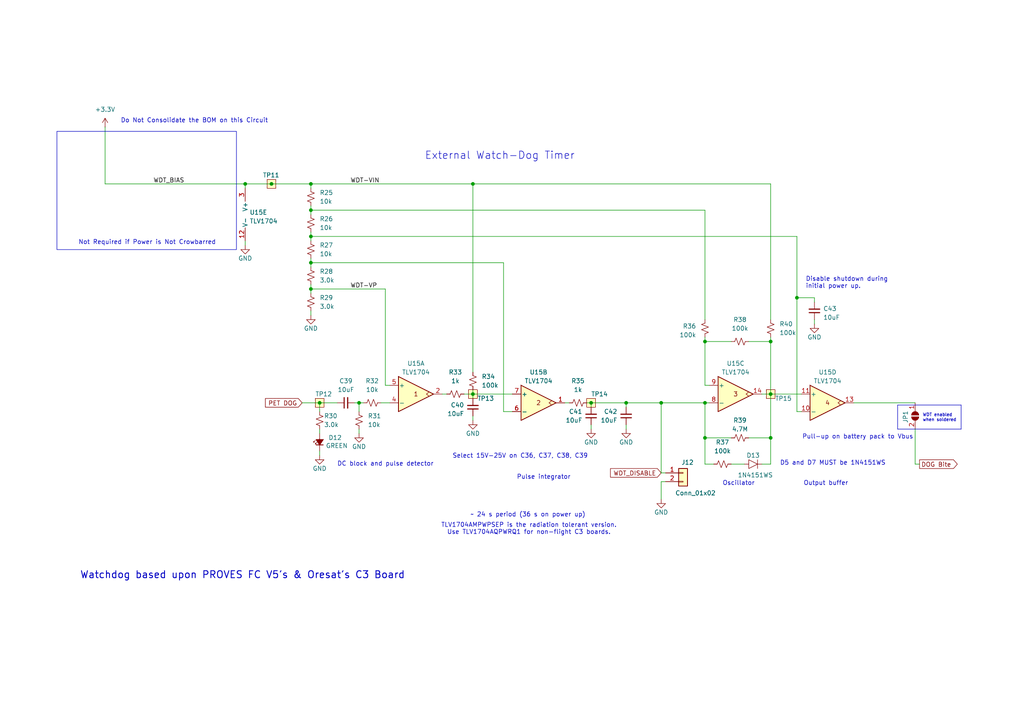
<source format=kicad_sch>
(kicad_sch (version 20250114) (generator "eeschema") (generator_version "9.0")
  (paper "A4")
  (lib_symbols
    (symbol "Connector_Generic:Conn_01x02" (pin_names (offset 1.016) (hide yes))
      (property "Reference" "J" (at 0 2.54 0))
      (property "Value" "Conn_01x02" (at 0 -5.08 0))
      (symbol "Conn_01x02_1_1"
        (rectangle (start -1.27 1.27) (end 1.27 -3.81) (stroke (width 0.254)) (fill (type background)))
        (rectangle (start -1.27 0.127) (end 0 -0.127) (stroke (width 0.1524)))
        (rectangle (start -1.27 -2.413) (end 0 -2.667) (stroke (width 0.1524)))
        (pin passive line (at -5.08 0 0) (length 3.81) (name "Pin_1") (number "1"))
        (pin passive line (at -5.08 -2.54 0) (length 3.81) (name "Pin_2") (number "2"))
      )
    )
    (symbol "Device:C_Small" (pin_numbers (hide yes)) (pin_names (offset 0.254) (hide yes))
      (property "Reference" "C" (at 0.254 1.778 0))
      (property "Value" "C_Small" (at 0.254 -2.032 0))
      (symbol "C_Small_0_1"
        (polyline (pts (xy -1.524 0.508) (xy 1.524 0.508)) (stroke (width 0.3048)))
        (polyline (pts (xy -1.524 -0.508) (xy 1.524 -0.508)) (stroke (width 0.3302)))
      )
      (symbol "C_Small_1_1"
        (pin passive line (at 0 2.54 270) (length 2.032) (name "~") (number "1"))
        (pin passive line (at 0 -2.54 90) (length 2.032) (name "~") (number "2"))
      )
    )
    (symbol "Device:LED_Small_Filled" (pin_numbers (hide yes)) (pin_names (offset 0.254) (hide yes))
      (property "Reference" "D" (at -1.27 3.175 0))
      (property "Value" "LED_Small_Filled" (at -4.445 -2.54 0))
      (symbol "LED_Small_Filled_0_1"
        (polyline (pts (xy -0.762 -1.016) (xy -0.762 1.016)) (stroke (width 0.254)))
        (polyline (pts (xy 0 0.762) (xy -0.508 1.27) (xy -0.254 1.27) (xy -0.508 1.27) (xy -0.508 1.016)))
        (polyline (pts (xy 0.508 1.27) (xy 0 1.778) (xy 0.254 1.778) (xy 0 1.778) (xy 0 1.524)))
        (polyline (pts (xy 0.762 -1.016) (xy -0.762 0) (xy 0.762 1.016) (xy 0.762 -1.016)) (stroke (width 0.254)) (fill (type outline)))
        (polyline (pts (xy 1.016 0) (xy -0.762 0)))
      )
      (symbol "LED_Small_Filled_1_1"
        (pin passive line (at -2.54 0 0) (length 1.778) (name "K") (number "1"))
        (pin passive line (at 2.54 0 180) (length 1.778) (name "A") (number "2"))
      )
    )
    (symbol "Device:R_Small_US" (pin_numbers (hide yes)) (pin_names (offset 0.254) (hide yes))
      (property "Reference" "R" (at 0.762 0.508 0))
      (property "Value" "R_Small_US" (at 0.762 -1.016 0))
      (symbol "R_Small_US_1_1"
        (polyline (pts (xy 0 1.524) (xy 1.016 1.143) (xy 0 0.762) (xy -1.016 0.381) (xy 0 0)))
        (polyline (pts (xy 0 0) (xy 1.016 -0.381) (xy 0 -0.762) (xy -1.016 -1.143) (xy 0 -1.524)))
        (pin passive line (at 0 2.54 270) (length 1.016) (name "~") (number "1"))
        (pin passive line (at 0 -2.54 90) (length 1.016) (name "~") (number "2"))
      )
    )
    (symbol "Jumper:SolderJumper_2_Open" (pin_names (offset 0) (hide yes))
      (property "Reference" "JP" (at 0 2.032 0))
      (property "Value" "SolderJumper_2_Open" (at 0 -2.54 0))
      (symbol "SolderJumper_2_Open_0_1"
        (polyline (pts (xy -0.254 1.016) (xy -0.254 -1.016)))
        (arc (start -0.254 -1.016) (mid -1.2656 0) (end -0.254 1.016))
        (arc (start -0.254 -1.016) (mid -1.2656 0) (end -0.254 1.016) (fill (type outline)))
        (arc (start 0.254 1.016) (mid 1.2656 0) (end 0.254 -1.016))
        (arc (start 0.254 1.016) (mid 1.2656 0) (end 0.254 -1.016) (fill (type outline)))
        (polyline (pts (xy 0.254 1.016) (xy 0.254 -1.016)))
      )
      (symbol "SolderJumper_2_Open_1_1"
        (pin passive line (at -3.81 0 0) (length 2.54) (name "A") (number "1"))
        (pin passive line (at 3.81 0 180) (length 2.54) (name "B") (number "2"))
      )
    )
    (symbol "TLV1704AIPWR_1" (pin_names (offset 0.127))
      (property "Reference" "U" (at 0 5.08 0))
      (property "Value" "TLV1704AIPWR" (at 0 -5.08 0))
      (symbol "TLV1704AIPWR_1_1_1"
        (polyline (pts (xy -5.08 5.08) (xy 5.08 0) (xy -5.08 -5.08) (xy -5.08 5.08)) (stroke (width 0.254)) (fill (type background)))
        (polyline (pts (xy 3.048 0) (xy 3.81 -0.635)))
        (polyline (pts (xy 3.81 0.635) (xy 3.048 0)))
        (text "1" (at 0 0 0) (effects (font (size 1.27 1.27))))
        (pin input line (at -7.62 2.54 0) (length 2.54) (name "+") (number "5"))
        (pin input line (at -7.62 -2.54 0) (length 2.54) (name "-") (number "4"))
        (pin open_collector line (at 7.62 0 180) (length 2.54) (name "~") (number "2"))
      )
      (symbol "TLV1704AIPWR_1_2_1"
        (polyline (pts (xy -5.08 5.08) (xy 5.08 0) (xy -5.08 -5.08) (xy -5.08 5.08)) (stroke (width 0.254)) (fill (type background)))
        (polyline (pts (xy 3.048 0) (xy 3.81 -0.635)))
        (polyline (pts (xy 3.81 0.635) (xy 3.048 0)))
        (text "2" (at 0 0 0) (effects (font (size 1.27 1.27))))
        (pin input line (at -7.62 2.54 0) (length 2.54) (name "+") (number "7"))
        (pin input line (at -7.62 -2.54 0) (length 2.54) (name "-") (number "6"))
        (pin open_collector line (at 7.62 0 180) (length 2.54) (name "~") (number "1"))
      )
      (symbol "TLV1704AIPWR_1_3_1"
        (polyline (pts (xy -5.08 5.08) (xy 5.08 0) (xy -5.08 -5.08) (xy -5.08 5.08)) (stroke (width 0.254)) (fill (type background)))
        (polyline (pts (xy 3.048 0) (xy 3.81 -0.635)))
        (polyline (pts (xy 3.81 0.635) (xy 3.048 0)))
        (text "3" (at 0 0 0) (effects (font (size 1.27 1.27))))
        (pin input line (at -7.62 2.54 0) (length 2.54) (name "+") (number "9"))
        (pin input line (at -7.62 -2.54 0) (length 2.54) (name "-") (number "8"))
        (pin open_collector line (at 7.62 0 180) (length 2.54) (name "~") (number "14"))
      )
      (symbol "TLV1704AIPWR_1_4_1"
        (polyline (pts (xy -5.08 5.08) (xy 5.08 0) (xy -5.08 -5.08) (xy -5.08 5.08)) (stroke (width 0.254)) (fill (type background)))
        (polyline (pts (xy 3.048 0) (xy 3.81 -0.635)))
        (polyline (pts (xy 3.81 0.635) (xy 3.048 0)))
        (text "4" (at 0 0 0) (effects (font (size 1.27 1.27))))
        (pin input line (at -7.62 2.54 0) (length 2.54) (name "+") (number "11"))
        (pin input line (at -7.62 -2.54 0) (length 2.54) (name "-") (number "10"))
        (pin open_collector line (at 7.62 0 180) (length 2.54) (name "~") (number "13"))
      )
      (symbol "TLV1704AIPWR_1_5_1"
        (pin power_in line (at -2.54 7.62 270) (length 3.81) (name "V+") (number "3"))
        (pin power_in line (at -2.54 -7.62 90) (length 3.81) (name "V-") (number "12"))
      )
    )
    (symbol "TLV1704AIPWR_2" (pin_names (offset 0.127))
      (property "Reference" "U" (at 0 5.08 0))
      (property "Value" "TLV1704AIPWR" (at 0 -5.08 0))
      (symbol "TLV1704AIPWR_2_1_1"
        (polyline (pts (xy -5.08 5.08) (xy 5.08 0) (xy -5.08 -5.08) (xy -5.08 5.08)) (stroke (width 0.254)) (fill (type background)))
        (polyline (pts (xy 3.048 0) (xy 3.81 -0.635)))
        (polyline (pts (xy 3.81 0.635) (xy 3.048 0)))
        (text "1" (at 0 0 0) (effects (font (size 1.27 1.27))))
        (pin input line (at -7.62 2.54 0) (length 2.54) (name "+") (number "5"))
        (pin input line (at -7.62 -2.54 0) (length 2.54) (name "-") (number "4"))
        (pin open_collector line (at 7.62 0 180) (length 2.54) (name "~") (number "2"))
      )
      (symbol "TLV1704AIPWR_2_2_1"
        (polyline (pts (xy -5.08 5.08) (xy 5.08 0) (xy -5.08 -5.08) (xy -5.08 5.08)) (stroke (width 0.254)) (fill (type background)))
        (polyline (pts (xy 3.048 0) (xy 3.81 -0.635)))
        (polyline (pts (xy 3.81 0.635) (xy 3.048 0)))
        (text "2" (at 0 0 0) (effects (font (size 1.27 1.27))))
        (pin input line (at -7.62 2.54 0) (length 2.54) (name "+") (number "7"))
        (pin input line (at -7.62 -2.54 0) (length 2.54) (name "-") (number "6"))
        (pin open_collector line (at 7.62 0 180) (length 2.54) (name "~") (number "1"))
      )
      (symbol "TLV1704AIPWR_2_3_1"
        (polyline (pts (xy -5.08 5.08) (xy 5.08 0) (xy -5.08 -5.08) (xy -5.08 5.08)) (stroke (width 0.254)) (fill (type background)))
        (polyline (pts (xy 3.048 0) (xy 3.81 -0.635)))
        (polyline (pts (xy 3.81 0.635) (xy 3.048 0)))
        (text "3" (at 0 0 0) (effects (font (size 1.27 1.27))))
        (pin input line (at -7.62 2.54 0) (length 2.54) (name "+") (number "9"))
        (pin input line (at -7.62 -2.54 0) (length 2.54) (name "-") (number "8"))
        (pin open_collector line (at 7.62 0 180) (length 2.54) (name "~") (number "14"))
      )
      (symbol "TLV1704AIPWR_2_4_1"
        (polyline (pts (xy -5.08 5.08) (xy 5.08 0) (xy -5.08 -5.08) (xy -5.08 5.08)) (stroke (width 0.254)) (fill (type background)))
        (polyline (pts (xy 3.048 0) (xy 3.81 -0.635)))
        (polyline (pts (xy 3.81 0.635) (xy 3.048 0)))
        (text "4" (at 0 0 0) (effects (font (size 1.27 1.27))))
        (pin input line (at -7.62 2.54 0) (length 2.54) (name "+") (number "11"))
        (pin input line (at -7.62 -2.54 0) (length 2.54) (name "-") (number "10"))
        (pin open_collector line (at 7.62 0 180) (length 2.54) (name "~") (number "13"))
      )
      (symbol "TLV1704AIPWR_2_5_1"
        (pin power_in line (at -2.54 7.62 270) (length 3.81) (name "V+") (number "3"))
        (pin power_in line (at -2.54 -7.62 90) (length 3.81) (name "V-") (number "12"))
      )
    )
    (symbol "TLV1704AIPWR_3" (pin_names (offset 0.127))
      (property "Reference" "U" (at 0 5.08 0))
      (property "Value" "TLV1704AIPWR" (at 0 -5.08 0))
      (symbol "TLV1704AIPWR_3_1_1"
        (polyline (pts (xy -5.08 5.08) (xy 5.08 0) (xy -5.08 -5.08) (xy -5.08 5.08)) (stroke (width 0.254)) (fill (type background)))
        (polyline (pts (xy 3.048 0) (xy 3.81 -0.635)))
        (polyline (pts (xy 3.81 0.635) (xy 3.048 0)))
        (text "1" (at 0 0 0) (effects (font (size 1.27 1.27))))
        (pin input line (at -7.62 2.54 0) (length 2.54) (name "+") (number "5"))
        (pin input line (at -7.62 -2.54 0) (length 2.54) (name "-") (number "4"))
        (pin open_collector line (at 7.62 0 180) (length 2.54) (name "~") (number "2"))
      )
      (symbol "TLV1704AIPWR_3_2_1"
        (polyline (pts (xy -5.08 5.08) (xy 5.08 0) (xy -5.08 -5.08) (xy -5.08 5.08)) (stroke (width 0.254)) (fill (type background)))
        (polyline (pts (xy 3.048 0) (xy 3.81 -0.635)))
        (polyline (pts (xy 3.81 0.635) (xy 3.048 0)))
        (text "2" (at 0 0 0) (effects (font (size 1.27 1.27))))
        (pin input line (at -7.62 2.54 0) (length 2.54) (name "+") (number "7"))
        (pin input line (at -7.62 -2.54 0) (length 2.54) (name "-") (number "6"))
        (pin open_collector line (at 7.62 0 180) (length 2.54) (name "~") (number "1"))
      )
      (symbol "TLV1704AIPWR_3_3_1"
        (polyline (pts (xy -5.08 5.08) (xy 5.08 0) (xy -5.08 -5.08) (xy -5.08 5.08)) (stroke (width 0.254)) (fill (type background)))
        (polyline (pts (xy 3.048 0) (xy 3.81 -0.635)))
        (polyline (pts (xy 3.81 0.635) (xy 3.048 0)))
        (text "3" (at 0 0 0) (effects (font (size 1.27 1.27))))
        (pin input line (at -7.62 2.54 0) (length 2.54) (name "+") (number "9"))
        (pin input line (at -7.62 -2.54 0) (length 2.54) (name "-") (number "8"))
        (pin open_collector line (at 7.62 0 180) (length 2.54) (name "~") (number "14"))
      )
      (symbol "TLV1704AIPWR_3_4_1"
        (polyline (pts (xy -5.08 5.08) (xy 5.08 0) (xy -5.08 -5.08) (xy -5.08 5.08)) (stroke (width 0.254)) (fill (type background)))
        (polyline (pts (xy 3.048 0) (xy 3.81 -0.635)))
        (polyline (pts (xy 3.81 0.635) (xy 3.048 0)))
        (text "4" (at 0 0 0) (effects (font (size 1.27 1.27))))
        (pin input line (at -7.62 2.54 0) (length 2.54) (name "+") (number "11"))
        (pin input line (at -7.62 -2.54 0) (length 2.54) (name "-") (number "10"))
        (pin open_collector line (at 7.62 0 180) (length 2.54) (name "~") (number "13"))
      )
      (symbol "TLV1704AIPWR_3_5_1"
        (pin power_in line (at -2.54 7.62 270) (length 3.81) (name "V+") (number "3"))
        (pin power_in line (at -2.54 -7.62 90) (length 3.81) (name "V-") (number "12"))
      )
    )
    (symbol "TLV1704AIPWR_4" (pin_names (offset 0.127))
      (property "Reference" "U" (at 0 5.08 0))
      (property "Value" "TLV1704AIPWR" (at 0 -5.08 0))
      (symbol "TLV1704AIPWR_4_1_1"
        (polyline (pts (xy -5.08 5.08) (xy 5.08 0) (xy -5.08 -5.08) (xy -5.08 5.08)) (stroke (width 0.254)) (fill (type background)))
        (polyline (pts (xy 3.048 0) (xy 3.81 -0.635)))
        (polyline (pts (xy 3.81 0.635) (xy 3.048 0)))
        (text "1" (at 0 0 0) (effects (font (size 1.27 1.27))))
        (pin input line (at -7.62 2.54 0) (length 2.54) (name "+") (number "5"))
        (pin input line (at -7.62 -2.54 0) (length 2.54) (name "-") (number "4"))
        (pin open_collector line (at 7.62 0 180) (length 2.54) (name "~") (number "2"))
      )
      (symbol "TLV1704AIPWR_4_2_1"
        (polyline (pts (xy -5.08 5.08) (xy 5.08 0) (xy -5.08 -5.08) (xy -5.08 5.08)) (stroke (width 0.254)) (fill (type background)))
        (polyline (pts (xy 3.048 0) (xy 3.81 -0.635)))
        (polyline (pts (xy 3.81 0.635) (xy 3.048 0)))
        (text "2" (at 0 0 0) (effects (font (size 1.27 1.27))))
        (pin input line (at -7.62 2.54 0) (length 2.54) (name "+") (number "7"))
        (pin input line (at -7.62 -2.54 0) (length 2.54) (name "-") (number "6"))
        (pin open_collector line (at 7.62 0 180) (length 2.54) (name "~") (number "1"))
      )
      (symbol "TLV1704AIPWR_4_3_1"
        (polyline (pts (xy -5.08 5.08) (xy 5.08 0) (xy -5.08 -5.08) (xy -5.08 5.08)) (stroke (width 0.254)) (fill (type background)))
        (polyline (pts (xy 3.048 0) (xy 3.81 -0.635)))
        (polyline (pts (xy 3.81 0.635) (xy 3.048 0)))
        (text "3" (at 0 0 0) (effects (font (size 1.27 1.27))))
        (pin input line (at -7.62 2.54 0) (length 2.54) (name "+") (number "9"))
        (pin input line (at -7.62 -2.54 0) (length 2.54) (name "-") (number "8"))
        (pin open_collector line (at 7.62 0 180) (length 2.54) (name "~") (number "14"))
      )
      (symbol "TLV1704AIPWR_4_4_1"
        (polyline (pts (xy -5.08 5.08) (xy 5.08 0) (xy -5.08 -5.08) (xy -5.08 5.08)) (stroke (width 0.254)) (fill (type background)))
        (polyline (pts (xy 3.048 0) (xy 3.81 -0.635)))
        (polyline (pts (xy 3.81 0.635) (xy 3.048 0)))
        (text "4" (at 0 0 0) (effects (font (size 1.27 1.27))))
        (pin input line (at -7.62 2.54 0) (length 2.54) (name "+") (number "11"))
        (pin input line (at -7.62 -2.54 0) (length 2.54) (name "-") (number "10"))
        (pin open_collector line (at 7.62 0 180) (length 2.54) (name "~") (number "13"))
      )
      (symbol "TLV1704AIPWR_4_5_1"
        (pin power_in line (at -2.54 7.62 270) (length 3.81) (name "V+") (number "3"))
        (pin power_in line (at -2.54 -7.62 90) (length 3.81) (name "V-") (number "12"))
      )
    )
    (symbol "oresat-diodes:1N4151WS-HE3" (pin_numbers (hide yes)) (pin_names (offset 0) (hide yes))
      (property "Reference" "D" (at 0 2.54 0))
      (property "Value" "1N4151WS" (at 0 -2.54 0))
      (symbol "1N4151WS-HE3_0_1"
        (polyline (pts (xy 1.27 0) (xy 1.27 1.27) (xy 1.27 -1.27) (xy 1.27 0) (xy -1.27 1.27) (xy -1.27 -1.27) (xy 1.27 0)))
      )
      (symbol "1N4151WS-HE3_1_1"
        (pin passive line (at -2.54 0 0) (length 1.27) (name "2") (number "2"))
        (pin passive line (at 2.54 0 180) (length 1.27) (name "1") (number "1"))
      )
    )
    (symbol "oresat-ics:TLV1704AIPWR" (pin_names (offset 0.127))
      (property "Reference" "U" (at 0 5.08 0))
      (property "Value" "TLV1704AIPWR" (at 0 -5.08 0))
      (symbol "TLV1704AIPWR_1_1"
        (polyline (pts (xy -5.08 5.08) (xy 5.08 0) (xy -5.08 -5.08) (xy -5.08 5.08)) (stroke (width 0.254)) (fill (type background)))
        (polyline (pts (xy 3.048 0) (xy 3.81 -0.635)))
        (polyline (pts (xy 3.81 0.635) (xy 3.048 0)))
        (text "1" (at 0 0 0) (effects (font (size 1.27 1.27))))
        (pin input line (at -7.62 2.54 0) (length 2.54) (name "+") (number "5"))
        (pin input line (at -7.62 -2.54 0) (length 2.54) (name "-") (number "4"))
        (pin open_collector line (at 7.62 0 180) (length 2.54) (name "~") (number "2"))
      )
      (symbol "TLV1704AIPWR_2_1"
        (polyline (pts (xy -5.08 5.08) (xy 5.08 0) (xy -5.08 -5.08) (xy -5.08 5.08)) (stroke (width 0.254)) (fill (type background)))
        (polyline (pts (xy 3.048 0) (xy 3.81 -0.635)))
        (polyline (pts (xy 3.81 0.635) (xy 3.048 0)))
        (text "2" (at 0 0 0) (effects (font (size 1.27 1.27))))
        (pin input line (at -7.62 2.54 0) (length 2.54) (name "+") (number "7"))
        (pin input line (at -7.62 -2.54 0) (length 2.54) (name "-") (number "6"))
        (pin open_collector line (at 7.62 0 180) (length 2.54) (name "~") (number "1"))
      )
      (symbol "TLV1704AIPWR_3_1"
        (polyline (pts (xy -5.08 5.08) (xy 5.08 0) (xy -5.08 -5.08) (xy -5.08 5.08)) (stroke (width 0.254)) (fill (type background)))
        (polyline (pts (xy 3.048 0) (xy 3.81 -0.635)))
        (polyline (pts (xy 3.81 0.635) (xy 3.048 0)))
        (text "3" (at 0 0 0) (effects (font (size 1.27 1.27))))
        (pin input line (at -7.62 2.54 0) (length 2.54) (name "+") (number "9"))
        (pin input line (at -7.62 -2.54 0) (length 2.54) (name "-") (number "8"))
        (pin open_collector line (at 7.62 0 180) (length 2.54) (name "~") (number "14"))
      )
      (symbol "TLV1704AIPWR_4_1"
        (polyline (pts (xy -5.08 5.08) (xy 5.08 0) (xy -5.08 -5.08) (xy -5.08 5.08)) (stroke (width 0.254)) (fill (type background)))
        (polyline (pts (xy 3.048 0) (xy 3.81 -0.635)))
        (polyline (pts (xy 3.81 0.635) (xy 3.048 0)))
        (text "4" (at 0 0 0) (effects (font (size 1.27 1.27))))
        (pin input line (at -7.62 2.54 0) (length 2.54) (name "+") (number "11"))
        (pin input line (at -7.62 -2.54 0) (length 2.54) (name "-") (number "10"))
        (pin open_collector line (at 7.62 0 180) (length 2.54) (name "~") (number "13"))
      )
      (symbol "TLV1704AIPWR_5_1"
        (pin power_in line (at -2.54 7.62 270) (length 3.81) (name "V+") (number "3"))
        (pin power_in line (at -2.54 -7.62 90) (length 3.81) (name "V-") (number "12"))
      )
    )
    (symbol "oresat-misc:Test-Point-0.75mm-th" (exclude_from_sim yes) (in_bom no)
      (property "Reference" "TP" (at 0 2.54 0))
      (symbol "Test-Point-0.75mm-th_1_0"
        (pin passive line (at 0 0 0) (length 0) (name "1") (number "1"))
      )
      (symbol "Test-Point-0.75mm-th_1_1"
        (rectangle (start -1.27 1.27) (end 1.27 -1.27) (fill (type background)))
      )
    )
    (symbol "power:+3.3V" (power) (pin_numbers (hide yes)) (pin_names (offset 0) (hide yes))
      (property "Value" "+3.3V" (at 0 3.556 0))
      (symbol "+3.3V_0_1"
        (polyline (pts (xy -0.762 1.27) (xy 0 2.54)))
        (polyline (pts (xy 0 2.54) (xy 0.762 1.27)))
        (polyline (pts (xy 0 0) (xy 0 2.54)))
      )
      (symbol "+3.3V_1_1"
        (pin power_in line (at 0 0 90) (length 0) (name "~") (number "1"))
      )
    )
    (symbol "power:GND" (power) (pin_names (offset 0))
      (property "Value" "GND" (at 0 -3.81 0))
      (symbol "GND_0_1"
        (polyline (pts (xy 0 0) (xy 0 -1.27) (xy 1.27 -1.27) (xy 0 -2.54) (xy -1.27 -1.27) (xy 0 -1.27)))
      )
      (symbol "GND_1_1"
        (pin power_in line (at 0 0 270) (length 0) (hide yes) (name "GND") (number "1"))
      )
    )
  )
  (rectangle (start 16.51 38.1) (end 68.58 72.39))
  (text "Select 15V-25V on C36, C37, C38, C39" (at 150.876 132.334 0) (effects (font (size 1.27 1.27))))
  (text "Watchdog based upon PROVES FC V5's & Oresat's C3 Board" (at 70.358 166.878 0) (effects (font (size 2.032 2.032) (thickness 0.254))))
  (text "Do Not Consolidate the BOM on this Circuit" (at 56.388 35.052 0) (effects (font (size 1.27 1.27))))
  (text "D5 and D7 MUST be 1N4151WS" (at 241.554 134.366 0) (effects (font (size 1.27 1.27))))
  (text "Disable shutdown during\ninitial power up." (at 233.68 83.82 0) (effects (font (size 1.27 1.27)) (justify left bottom)))
  (text "Oscillator" (at 209.55 140.97 0) (effects (font (size 1.27 1.27)) (justify left bottom)))
  (text "Pull-up on battery pack to Vbus" (at 232.664 127.508 0) (effects (font (size 1.27 1.27)) (justify left bottom)))
  (text "External Watch-Dog Timer" (at 123.19 46.482 0) (effects (font (size 2.159 2.159)) (justify left bottom)))
  (text "TLV1704AMPWPSEP is the radiation tolerant version.\nUse TLV1704AQPWRQ1 for non-flight C3 boards." (at 153.416 153.416 0) (effects (font (size 1.27 1.27))))
  (text "Pulse integrator" (at 149.86 139.192 0) (effects (font (size 1.27 1.27)) (justify left bottom)))
  (text "Not Required if Power is Not Crowbarred " (at 43.18 70.358 0) (effects (font (size 1.27 1.27))))
  (text "DC block and pulse detector" (at 97.79 135.382 0) (effects (font (size 1.27 1.27)) (justify left bottom)))
  (text "Output buffer" (at 233.045 140.97 0) (effects (font (size 1.27 1.27)) (justify left bottom)))
  (text "WDT enabled\nwhen soldered" (at 267.589 122.428 0) (effects (font (size 0.889 0.889)) (justify left bottom)))
  (text "~ 24 s period (36 s on power up)" (at 136.398 150.114 0) (effects (font (size 1.27 1.27)) (justify left bottom)))
  (junction (at 223.52 99.06))
  (junction (at 104.14 116.84))
  (junction (at 137.16 53.34))
  (junction (at 78.74 53.34))
  (junction (at 181.61 116.84))
  (junction (at 171.45 116.84))
  (junction (at 90.17 76.2))
  (junction (at 90.17 53.34))
  (junction (at 223.52 114.3))
  (junction (at 90.17 83.82))
  (junction (at 90.17 68.58))
  (junction (at 137.16 114.3))
  (junction (at 191.77 116.84))
  (junction (at 204.47 116.84))
  (junction (at 71.12 53.34))
  (junction (at 231.14 86.36))
  (junction (at 223.52 127))
  (junction (at 92.71 116.84))
  (junction (at 204.47 99.06))
  (junction (at 204.47 127))
  (junction (at 90.17 60.96))
  (polyline (pts (xy 278.765 124.46) (xy 260.35 124.46)))
  (wire (pts (xy 181.61 124.46) (xy 181.61 123.19)))
  (wire (pts (xy 90.17 90.17) (xy 90.17 91.44)))
  (wire (pts (xy 137.16 53.34) (xy 223.52 53.34)))
  (wire (pts (xy 265.43 134.62) (xy 265.43 124.46)))
  (wire (pts (xy 137.16 114.3) (xy 137.16 115.57)))
  (wire (pts (xy 90.17 76.2) (xy 90.17 77.47)))
  (wire (pts (xy 247.65 116.84) (xy 265.43 116.84)))
  (wire (pts (xy 90.17 68.58) (xy 90.17 69.85)))
  (wire (pts (xy 92.71 116.84) (xy 97.79 116.84)))
  (wire (pts (xy 146.05 76.2) (xy 146.05 119.38)))
  (wire (pts (xy 205.74 111.76) (xy 204.47 111.76)))
  (wire (pts (xy 92.71 124.46) (xy 92.71 125.73)))
  (wire (pts (xy 111.76 83.82) (xy 111.76 111.76)))
  (wire (pts (xy 104.14 124.46) (xy 104.14 125.73)))
  (wire (pts (xy 90.17 54.61) (xy 90.17 53.34)))
  (wire (pts (xy 102.87 116.84) (xy 104.14 116.84)))
  (wire (pts (xy 90.17 68.58) (xy 231.14 68.58)))
  (wire (pts (xy 223.52 97.79) (xy 223.52 99.06)))
  (wire (pts (xy 204.47 99.06) (xy 212.09 99.06)))
  (wire (pts (xy 191.77 137.16) (xy 193.04 137.16)))
  (wire (pts (xy 204.47 92.71) (xy 204.47 60.96)))
  (wire (pts (xy 171.45 116.84) (xy 171.45 118.11)))
  (wire (pts (xy 170.18 116.84) (xy 171.45 116.84)))
  (wire (pts (xy 171.45 116.84) (xy 181.61 116.84)))
  (wire (pts (xy 146.05 119.38) (xy 148.59 119.38)))
  (wire (pts (xy 266.7 134.62) (xy 265.43 134.62)))
  (wire (pts (xy 111.76 111.76) (xy 113.03 111.76)))
  (wire (pts (xy 30.48 36.83) (xy 30.48 53.34)))
  (wire (pts (xy 193.04 139.7) (xy 191.77 139.7)))
  (wire (pts (xy 231.14 68.58) (xy 231.14 86.36)))
  (wire (pts (xy 204.47 134.62) (xy 204.47 127)))
  (wire (pts (xy 90.17 60.96) (xy 204.47 60.96)))
  (wire (pts (xy 181.61 116.84) (xy 191.77 116.84)))
  (wire (pts (xy 90.17 60.96) (xy 90.17 62.23)))
  (wire (pts (xy 104.14 116.84) (xy 105.41 116.84)))
  (wire (pts (xy 204.47 97.79) (xy 204.47 99.06)))
  (wire (pts (xy 212.09 134.62) (xy 215.9 134.62)))
  (wire (pts (xy 236.22 93.98) (xy 236.22 92.71)))
  (wire (pts (xy 223.52 114.3) (xy 232.41 114.3)))
  (wire (pts (xy 71.12 54.61) (xy 71.12 53.34)))
  (wire (pts (xy 92.71 132.08) (xy 92.71 130.81)))
  (wire (pts (xy 223.52 127) (xy 223.52 114.3)))
  (wire (pts (xy 137.16 121.92) (xy 137.16 120.65)))
  (wire (pts (xy 231.14 86.36) (xy 231.14 119.38)))
  (wire (pts (xy 90.17 76.2) (xy 146.05 76.2)))
  (wire (pts (xy 78.74 53.34) (xy 90.17 53.34)))
  (wire (pts (xy 204.47 111.76) (xy 204.47 99.06)))
  (wire (pts (xy 204.47 116.84) (xy 205.74 116.84)))
  (wire (pts (xy 204.47 127) (xy 204.47 116.84)))
  (wire (pts (xy 231.14 119.38) (xy 232.41 119.38)))
  (polyline (pts (xy 260.35 124.46) (xy 260.35 117.475)))
  (wire (pts (xy 30.48 53.34) (xy 71.12 53.34)))
  (wire (pts (xy 137.16 53.34) (xy 90.17 53.34)))
  (polyline (pts (xy 260.35 117.475) (xy 278.765 117.475)))
  (wire (pts (xy 231.14 86.36) (xy 236.22 86.36)))
  (wire (pts (xy 171.45 124.46) (xy 171.45 123.19)))
  (wire (pts (xy 223.52 99.06) (xy 223.52 114.3)))
  (wire (pts (xy 90.17 74.93) (xy 90.17 76.2)))
  (wire (pts (xy 191.77 116.84) (xy 204.47 116.84)))
  (wire (pts (xy 110.49 116.84) (xy 113.03 116.84)))
  (wire (pts (xy 163.83 116.84) (xy 165.1 116.84)))
  (wire (pts (xy 90.17 59.69) (xy 90.17 60.96)))
  (wire (pts (xy 217.17 127) (xy 223.52 127)))
  (wire (pts (xy 90.17 83.82) (xy 111.76 83.82)))
  (wire (pts (xy 90.17 67.31) (xy 90.17 68.58)))
  (wire (pts (xy 236.22 87.63) (xy 236.22 86.36)))
  (wire (pts (xy 220.98 134.62) (xy 223.52 134.62)))
  (wire (pts (xy 181.61 118.11) (xy 181.61 116.84)))
  (wire (pts (xy 128.27 114.3) (xy 129.54 114.3)))
  (wire (pts (xy 223.52 134.62) (xy 223.52 127)))
  (wire (pts (xy 137.16 114.3) (xy 148.59 114.3)))
  (wire (pts (xy 104.14 116.84) (xy 104.14 119.38)))
  (wire (pts (xy 92.71 119.38) (xy 92.71 116.84)))
  (wire (pts (xy 223.52 92.71) (xy 223.52 53.34)))
  (wire (pts (xy 134.62 114.3) (xy 137.16 114.3)))
  (wire (pts (xy 220.98 114.3) (xy 223.52 114.3)))
  (wire (pts (xy 217.17 99.06) (xy 223.52 99.06)))
  (polyline (pts (xy 278.765 117.475) (xy 278.765 124.46)))
  (wire (pts (xy 212.09 127) (xy 204.47 127)))
  (wire (pts (xy 137.16 114.3) (xy 137.16 113.03)))
  (wire (pts (xy 90.17 82.55) (xy 90.17 83.82)))
  (wire (pts (xy 71.12 71.12) (xy 71.12 69.85)))
  (wire (pts (xy 137.16 53.34) (xy 137.16 107.95)))
  (wire (pts (xy 90.17 83.82) (xy 90.17 85.09)))
  (wire (pts (xy 191.77 116.84) (xy 191.77 137.16)))
  (wire (pts (xy 71.12 53.34) (xy 78.74 53.34)))
  (wire (pts (xy 87.63 116.84) (xy 92.71 116.84)))
  (wire (pts (xy 191.77 139.7) (xy 191.77 144.78)))
  (wire (pts (xy 204.47 134.62) (xy 207.01 134.62)))
  (label "WDT-VP" (at 101.6 83.82 0))
  (label "WDT_BIAS" (at 44.45 53.34 0))
  (label "WDT-VIN" (at 101.6 53.34 0))
  (global_label "PET DOG" (shape input) (at 87.63 116.84 180) (effects (font (thickness 0.1588))) (property "Intersheetrefs" "${INTERSHEET_REFS}" (effects (hide yes))))
  (global_label "DOG Bite" (shape output) (at 266.7 134.62 0) (property "Intersheetrefs" "${INTERSHEET_REFS}" (effects (hide yes))))
  (global_label "WDT_DISABLE" (shape input) (at 191.77 137.16 180) (property "Intersheetrefs" "${INTERSHEET_REFS}" (effects (hide yes))))
  (symbol (lib_id "power:+3.3V") (at 30.48 36.83 0) (unit 1)
    (property "Reference" "#PWR0111" (effects (hide yes)))
    (property "Value" "+3.3V" (at 30.48 31.75 0))
    (property "Description" "Power symbol creates a global label with name \"+3.3V\"" (effects (hide yes)))
  )
  (symbol (lib_id "power:GND") (at 236.22 93.98 0) (mirror y) (unit 1)
    (property "Reference" "#PWR0120" (effects (hide yes)))
    (property "Value" "GND" (at 236.22 97.79 0))
    (property "Description" "Power symbol creates a global label with name \"GND\" , ground" (effects (hide yes)))
  )
  (symbol (lib_id "Device:R_Small_US") (at 92.71 121.92 0) (unit 1)
    (property "Reference" "R30" (at 93.98 120.65 0) (effects (justify left)))
    (property "Value" "3.0k" (at 93.98 123.19 0) (effects (justify left)))
    (property "Footprint" "Resistor_SMD:R_0603_1608Metric" (effects (hide yes)))
    (property "Description" "3 kOhms ±1% 0.1W, 1/10W Chip Resistor 0603 (1608 Metric) Automotive AEC-Q200 Thick Film" (effects (hide yes)))
    (property "DPN" "RMCF0603FT3K00CT-ND" (effects (hide yes)))
    (property "DST" "Digi-Key" (effects (hide yes)))
    (property "MFR" "Stackpole Electronics Inc" (effects (hide yes)))
    (property "MPN" "RMCF0603FT3K00" (effects (hide yes)))
  )
  (symbol (lib_id "Connector_Generic:Conn_01x02") (at 198.12 137.16 0) (unit 1)
    (property "Reference" "J12" (at 197.612 134.112 0) (effects (justify left)))
    (property "Value" "Conn_01x02" (at 195.834 143.002 0) (effects (justify left)))
    (property "Footprint" "Connector_PinHeader_2.54mm:PinHeader_1x02_P2.54mm_Vertical" (effects (hide yes)))
    (property "Description" "Generic connector, single row, 01x02, script generated (kicad-library-utils/schlib/autogen/connector/)" (effects (hide yes)))
  )
  (symbol (lib_id "Device:R_Small_US") (at 137.16 110.49 0) (unit 1)
    (property "Reference" "R34" (at 139.7 109.2199 0) (effects (justify left)))
    (property "Value" "100k" (at 139.7 111.7599 0) (effects (justify left)))
    (property "Footprint" "Resistor_SMD:R_0603_1608Metric" (effects (hide yes)))
    (property "Description" "100 kOhms ±5% 0.1W, 1/10W Chip Resistor 0603 (1608 Metric) Automotive AEC-Q200 Thick Film" (effects (hide yes)))
    (property "DPN" "RMCF0603FT100KCT-ND" (effects (hide yes)))
    (property "DST" "Digi-Key" (effects (hide yes)))
    (property "MFR" "Stackpole Electronics Inc" (effects (hide yes)))
    (property "MPN" "RMCF0603FT100K" (effects (hide yes)))
  )
  (symbol (lib_id "Device:C_Small") (at 100.33 116.84 90) (unit 1)
    (property "Reference" "C39" (at 100.3363 110.49 90))
    (property "Value" "10uF" (at 100.3363 113.03 90))
    (property "Footprint" "Capacitor_SMD:C_0603_1608Metric" (effects (hide yes)))
    (property "Description" "10 µF ±10% 16V Ceramic Capacitor X5R 0603 (1608 Metric)" (effects (hide yes)))
    (property "DPN" "490-12317-1-ND" (effects (hide yes)))
    (property "DST" "Digi-Key" (effects (hide yes)))
    (property "MFR" "Murata" (effects (hide yes)))
    (property "MPN" "GRT188R61C106KE13D" (effects (hide yes)))
  )
  (symbol (lib_id "power:GND") (at 104.14 125.73 0) (unit 1)
    (property "Reference" "#PWR0115" (effects (hide yes)))
    (property "Value" "GND" (at 104.14 129.54 0))
    (property "Description" "Power symbol creates a global label with name \"GND\" , ground" (effects (hide yes)))
  )
  (symbol (lib_id "oresat-misc:Test-Point-0.75mm-th") (at 92.71 116.84 0) (unit 1) (exclude_from_sim yes) (in_bom no)
    (property "Reference" "TP12" (at 91.44 114.3 0) (effects (justify left)))
    (property "Value" "TestPoint-MinTH" (effects (hide yes)))
    (property "Footprint" "oresat-misc:TestPoint-0.75mm-th" (effects (hide yes)))
    (property "Description" "0.75 mm TH test point; good for scope probes and jumpers" (effects (hide yes)))
  )
  (symbol (lib_id "power:GND") (at 181.61 124.46 0) (mirror y) (unit 1)
    (property "Reference" "#PWR0118" (effects (hide yes)))
    (property "Value" "GND" (at 181.61 128.27 0))
    (property "Description" "Power symbol creates a global label with name \"GND\" , ground" (effects (hide yes)))
  )
  (symbol (lib_id "Device:R_Small_US") (at 90.17 80.01 0) (unit 1)
    (property "Reference" "R28" (at 92.71 78.7399 0) (effects (justify left)))
    (property "Value" "3.0k" (at 92.71 81.2799 0) (effects (justify left)))
    (property "Footprint" "Resistor_SMD:R_0603_1608Metric" (effects (hide yes)))
    (property "Description" "3 kOhms ±1% 0.1W, 1/10W Chip Resistor 0603 (1608 Metric) Automotive AEC-Q200 Thick Film" (effects (hide yes)))
    (property "DPN" "RMCF0603FT3K00CT-ND" (effects (hide yes)))
    (property "DST" "Digi-Key" (effects (hide yes)))
    (property "MFR" "Stackpole Electronics Inc" (effects (hide yes)))
    (property "MPN" "RMCF0603FT3K00" (effects (hide yes)))
  )
  (symbol (lib_id "Device:R_Small_US") (at 90.17 64.77 0) (unit 1)
    (property "Reference" "R26" (at 92.71 63.4999 0) (effects (justify left)))
    (property "Value" "10k" (at 92.71 66.0399 0) (effects (justify left)))
    (property "Footprint" "Resistor_SMD:R_0603_1608Metric" (effects (hide yes)))
    (property "Description" "10 kOhms ±1% 0.1W, 1/10W Chip Resistor 0603 (1608 Metric) Automotive AEC-Q200 Thick Film" (effects (hide yes)))
    (property "DPN" "RMCF0603FT10K0CT-ND" (effects (hide yes)))
    (property "DST" "Digi-Key" (effects (hide yes)))
    (property "MFR" "Stackpole Electronics Inc" (effects (hide yes)))
    (property "MPN" "RMCF0603FT10K0" (effects (hide yes)))
  )
  (symbol (lib_name "TLV1704AIPWR_3") (lib_id "oresat-ics:TLV1704AIPWR") (at 240.03 116.84 0) (unit 4)
    (property "Reference" "U15" (at 240.03 107.95 0))
    (property "Value" "TLV1704" (at 240.03 110.49 0))
    (property "Footprint" "Package_SO:TSSOP-14_4.4x5mm_P0.65mm" (effects (hide yes)))
    (property "Datasheet" "https://www.ti.com/lit/ds/symlink/tlv1704-sep.pdf" (effects (hide yes)))
    (property "Description" "Analog Comparators 2.2-V to 36-V, radiation tolerant microPower quad comparator in space enhanced plastic 14-TSSOP -55 to 125" (effects (hide yes)))
    (property "MFR" "Texas Instruments" (effects (hide yes)))
    (property "MPN" "TLV1704AQPWRQ1" (effects (hide yes)))
    (property "DST" "Digi-Key" (effects (hide yes)))
    (property "DPN" "296-43799-2-ND" (effects (hide yes)))
  )
  (symbol (lib_id "Device:R_Small_US") (at 104.14 121.92 0) (unit 1)
    (property "Reference" "R31" (at 106.68 120.6499 0) (effects (justify left)))
    (property "Value" "10k" (at 106.68 123.1899 0) (effects (justify left)))
    (property "Footprint" "Resistor_SMD:R_0603_1608Metric" (effects (hide yes)))
    (property "Description" "10 kOhms ±1% 0.1W, 1/10W Chip Resistor 0603 (1608 Metric) Automotive AEC-Q200 Thick Film" (effects (hide yes)))
    (property "DPN" "RMCF0603FT10K0CT-ND" (effects (hide yes)))
    (property "DST" "Digi-Key" (effects (hide yes)))
    (property "MFR" "Stackpole Electronics Inc" (effects (hide yes)))
    (property "MPN" "RMCF0603FT10K0" (effects (hide yes)))
  )
  (symbol (lib_id "Device:R_Small_US") (at 90.17 57.15 0) (unit 1)
    (property "Reference" "R25" (at 92.71 55.8799 0) (effects (justify left)))
    (property "Value" "10k" (at 92.71 58.4199 0) (effects (justify left)))
    (property "Footprint" "Resistor_SMD:R_0603_1608Metric" (effects (hide yes)))
    (property "Description" "10 kOhms ±1% 0.1W, 1/10W Chip Resistor 0603 (1608 Metric) Automotive AEC-Q200 Thick Film" (effects (hide yes)))
    (property "DPN" "RMCF0603FT10K0CT-ND" (effects (hide yes)))
    (property "DST" "Digi-Key" (effects (hide yes)))
    (property "MFR" "Stackpole Electronics Inc" (effects (hide yes)))
    (property "MPN" "RMCF0603FT10K0" (effects (hide yes)))
  )
  (symbol (lib_name "TLV1704AIPWR_2") (lib_id "oresat-ics:TLV1704AIPWR") (at 213.36 114.3 0) (unit 3)
    (property "Reference" "U15" (at 213.36 105.41 0))
    (property "Value" "TLV1704" (at 213.36 107.95 0))
    (property "Footprint" "Package_SO:TSSOP-14_4.4x5mm_P0.65mm" (effects (hide yes)))
    (property "Datasheet" "https://www.ti.com/lit/ds/symlink/tlv1704-sep.pdf" (effects (hide yes)))
    (property "Description" "Analog Comparators 2.2-V to 36-V, radiation tolerant microPower quad comparator in space enhanced plastic 14-TSSOP -55 to 125" (effects (hide yes)))
    (property "MFR" "Texas Instruments" (effects (hide yes)))
    (property "MPN" "TLV1704AQPWRQ1" (effects (hide yes)))
    (property "DST" "Digi-Key" (effects (hide yes)))
    (property "DPN" "296-43799-2-ND" (effects (hide yes)))
  )
  (symbol (lib_id "Device:R_Small_US") (at 214.63 127 270) (unit 1)
    (property "Reference" "R39" (at 214.63 121.92 90))
    (property "Value" "4.7M" (at 214.63 124.46 90))
    (property "Footprint" "Resistor_SMD:R_0603_1608Metric" (effects (hide yes)))
    (property "Description" "4.7 MOhms ±1% 0.1W, 1/10W Chip Resistor 0603 (1608 Metric) Automotive AEC-Q200 Thick Film" (effects (hide yes)))
    (property "DPN" "RMCF0603FT4M70CT-ND" (effects (hide yes)))
    (property "DST" "Digi-Key" (effects (hide yes)))
    (property "MFR" "Stackpole Electronics Inc" (effects (hide yes)))
    (property "MPN" "RMCF0603FT4M70" (effects (hide yes)))
  )
  (symbol (lib_id "power:GND") (at 92.71 132.08 0) (unit 1)
    (property "Reference" "#PWR0114" (effects (hide yes)))
    (property "Value" "GND" (at 92.71 135.89 0))
    (property "Description" "Power symbol creates a global label with name \"GND\" , ground" (effects (hide yes)))
  )
  (symbol (lib_id "oresat-misc:Test-Point-0.75mm-th") (at 78.74 53.34 0) (unit 1) (exclude_from_sim yes) (in_bom no)
    (property "Reference" "TP11" (at 76.2 50.8 0) (effects (justify left)))
    (property "Value" "TestPoint-MinTH" (effects (hide yes)))
    (property "Footprint" "oresat-misc:TestPoint-0.75mm-th" (effects (hide yes)))
    (property "Description" "0.75 mm TH test point; good for scope probes and jumpers" (effects (hide yes)))
  )
  (symbol (lib_id "power:GND") (at 171.45 124.46 0) (mirror y) (unit 1)
    (property "Reference" "#PWR0117" (effects (hide yes)))
    (property "Value" "GND" (at 171.45 128.27 0))
    (property "Description" "Power symbol creates a global label with name \"GND\" , ground" (effects (hide yes)))
  )
  (symbol (lib_name "TLV1704AIPWR_1") (lib_id "oresat-ics:TLV1704AIPWR") (at 120.65 114.3 0) (unit 1)
    (property "Reference" "U15" (at 120.65 105.41 0))
    (property "Value" "TLV1704" (at 120.65 107.95 0))
    (property "Footprint" "Package_SO:TSSOP-14_4.4x5mm_P0.65mm" (effects (hide yes)))
    (property "Datasheet" "https://www.ti.com/lit/ds/symlink/tlv1704-sep.pdf" (effects (hide yes)))
    (property "Description" "Analog Comparators 2.2-V to 36-V, radiation tolerant microPower quad comparator in space enhanced plastic 14-TSSOP -55 to 125" (effects (hide yes)))
    (property "MFR" "Texas Instruments" (effects (hide yes)))
    (property "MPN" "TLV1704AQPWRQ1" (effects (hide yes)))
    (property "DST" "Digi-Key" (effects (hide yes)))
    (property "DPN" "296-43799-2-ND" (effects (hide yes)))
  )
  (symbol (lib_id "Device:R_Small_US") (at 90.17 72.39 0) (unit 1)
    (property "Reference" "R27" (at 92.71 71.1199 0) (effects (justify left)))
    (property "Value" "10k" (at 92.71 73.6599 0) (effects (justify left)))
    (property "Footprint" "Resistor_SMD:R_0603_1608Metric" (effects (hide yes)))
    (property "Description" "10 kOhms ±1% 0.1W, 1/10W Chip Resistor 0603 (1608 Metric) Automotive AEC-Q200 Thick Film" (effects (hide yes)))
    (property "DPN" "RMCF0603FT10K0CT-ND" (effects (hide yes)))
    (property "DST" "Digi-Key" (effects (hide yes)))
    (property "MFR" "Stackpole Electronics Inc" (effects (hide yes)))
    (property "MPN" "RMCF0603FT10K0" (effects (hide yes)))
  )
  (symbol (lib_id "Device:C_Small") (at 171.45 120.65 0) (mirror x) (unit 1)
    (property "Reference" "C41" (at 168.91 119.3735 0) (effects (justify right)))
    (property "Value" "10uF" (at 168.91 121.9135 0) (effects (justify right)))
    (property "Footprint" "Capacitor_SMD:C_0603_1608Metric" (effects (hide yes)))
    (property "Description" "10 µF ±10% 16V Ceramic Capacitor X5R 0603 (1608 Metric)" (effects (hide yes)))
    (property "DPN" "490-12317-1-ND" (effects (hide yes)))
    (property "DST" "Digi-Key" (effects (hide yes)))
    (property "MFR" "Murata" (effects (hide yes)))
    (property "MPN" "GRT188R61C106KE13D" (effects (hide yes)))
  )
  (symbol (lib_id "Device:R_Small_US") (at 90.17 87.63 0) (unit 1)
    (property "Reference" "R29" (at 92.71 86.3599 0) (effects (justify left)))
    (property "Value" "3.0k" (at 92.71 88.8999 0) (effects (justify left)))
    (property "Footprint" "Resistor_SMD:R_0603_1608Metric" (effects (hide yes)))
    (property "Description" "3 kOhms ±1% 0.1W, 1/10W Chip Resistor 0603 (1608 Metric) Automotive AEC-Q200 Thick Film" (effects (hide yes)))
    (property "DPN" "RMCF0603FT3K00CT-ND" (effects (hide yes)))
    (property "DST" "Digi-Key" (effects (hide yes)))
    (property "MFR" "Stackpole Electronics Inc" (effects (hide yes)))
    (property "MPN" "RMCF0603FT3K00" (effects (hide yes)))
  )
  (symbol (lib_id "Device:R_Small_US") (at 209.55 134.62 270) (unit 1)
    (property "Reference" "R37" (at 209.55 128.27 90))
    (property "Value" "100k" (at 209.55 130.81 90))
    (property "Footprint" "Resistor_SMD:R_0603_1608Metric" (effects (hide yes)))
    (property "Description" "100 kOhms ±5% 0.1W, 1/10W Chip Resistor 0603 (1608 Metric) Automotive AEC-Q200 Thick Film" (effects (hide yes)))
    (property "DPN" "RMCF0603FT100KCT-ND" (effects (hide yes)))
    (property "DST" "Digi-Key" (effects (hide yes)))
    (property "MFR" "Stackpole Electronics Inc" (effects (hide yes)))
    (property "MPN" "RMCF0603FT100K" (effects (hide yes)))
  )
  (symbol (lib_id "Device:C_Small") (at 137.16 118.11 0) (mirror x) (unit 1)
    (property "Reference" "C40" (at 134.62 117.4686 0) (effects (justify right)))
    (property "Value" "10uF" (at 134.62 120.0086 0) (effects (justify right)))
    (property "Footprint" "Capacitor_SMD:C_0603_1608Metric" (effects (hide yes)))
    (property "Description" "10 µF ±10% 16V Ceramic Capacitor X5R 0603 (1608 Metric)" (effects (hide yes)))
    (property "DPN" "490-12317-1-ND" (effects (hide yes)))
    (property "DST" "Digi-Key" (effects (hide yes)))
    (property "MFR" "Murata" (effects (hide yes)))
    (property "MPN" "GRT188R61C106KE13D" (effects (hide yes)))
  )
  (symbol (lib_name "TLV1704AIPWR_4") (lib_id "oresat-ics:TLV1704AIPWR") (at 156.21 116.84 0) (unit 2)
    (property "Reference" "U15" (at 156.21 107.95 0))
    (property "Value" "TLV1704" (at 156.21 110.49 0))
    (property "Footprint" "Package_SO:TSSOP-14_4.4x5mm_P0.65mm" (effects (hide yes)))
    (property "Datasheet" "https://www.ti.com/lit/ds/symlink/tlv1704-sep.pdf" (effects (hide yes)))
    (property "Description" "Analog Comparators 2.2-V to 36-V, radiation tolerant microPower quad comparator in space enhanced plastic 14-TSSOP -55 to 125" (effects (hide yes)))
    (property "MFR" "Texas Instruments" (effects (hide yes)))
    (property "MPN" "TLV1704AQPWRQ1" (effects (hide yes)))
    (property "DST" "Digi-Key" (effects (hide yes)))
    (property "DPN" "296-43799-2-ND" (effects (hide yes)))
  )
  (symbol (lib_id "oresat-diodes:1N4151WS-HE3") (at 218.44 134.62 0) (unit 1)
    (property "Reference" "D13" (at 218.44 132.08 0))
    (property "Value" "1N4151WS" (at 219.075 137.795 0))
    (property "Footprint" "Diode_SMD:D_SOD-323" (effects (hide yes)))
    (property "Datasheet" "https://www.vishay.com/docs/85847/1n4151ws.pdf" (effects (hide yes)))
    (property "Description" "Diode Standard 50V 150mA Surface Mount SOD-323" (effects (hide yes)))
    (property "DPN" "112-1N4151WS-E3-08CT-ND" (effects (hide yes)))
    (property "DST" "Digi-Key" (effects (hide yes)))
    (property "MFR" "Vishay" (effects (hide yes)))
    (property "MPN" "1N4151WS-E3-08" (effects (hide yes)))
  )
  (symbol (lib_id "Device:LED_Small_Filled") (at 92.71 128.27 90) (unit 1)
    (property "Reference" "D12" (at 95.25 126.9365 90) (effects (justify right)))
    (property "Value" "GREEN" (at 94.488 129.286 90) (effects (justify right)))
    (property "Footprint" "LED_SMD:LED_0603_1608Metric" (effects (hide yes)))
    (property "Description" "Green 520nm LED Indication - Discrete 3.2V 0603 (1608 Metric) - 430 mcd @ 20 mA" (effects (hide yes)))
    (property "DPN" "732-4971-1-ND" (effects (hide yes)))
    (property "DST" "Digi-Key" (effects (hide yes)))
    (property "MFR" "Wurth" (effects (hide yes)))
    (property "MPN" "150060GS75000" (effects (hide yes)))
  )
  (symbol (lib_id "Jumper:SolderJumper_2_Open") (at 265.43 120.65 270) (unit 1)
    (property "Reference" "JP1" (at 262.636 120.904 0))
    (property "Value" "SolderJumper_2_Open" (effects (hide yes)))
    (property "Footprint" "Jumper:SolderJumper-2_P1.3mm_Open_RoundedPad1.0x1.5mm" (effects (hide yes)))
  )
  (symbol (lib_id "power:GND") (at 90.17 91.44 0) (unit 1)
    (property "Reference" "#PWR0113" (effects (hide yes)))
    (property "Value" "GND" (at 90.17 95.25 0))
    (property "Description" "Power symbol creates a global label with name \"GND\" , ground" (effects (hide yes)))
  )
  (symbol (lib_id "power:GND") (at 191.77 144.78 0) (mirror y) (unit 1)
    (property "Reference" "#PWR0119" (effects (hide yes)))
    (property "Value" "GND" (at 191.77 148.59 0))
    (property "Description" "Power symbol creates a global label with name \"GND\" , ground" (effects (hide yes)))
  )
  (symbol (lib_id "Device:R_Small_US") (at 204.47 95.25 0) (mirror x) (unit 1)
    (property "Reference" "R36" (at 201.93 94.615 0) (effects (justify right)))
    (property "Value" "100k" (at 201.93 97.155 0) (effects (justify right)))
    (property "Footprint" "Resistor_SMD:R_0603_1608Metric" (effects (hide yes)))
    (property "Description" "100 kOhms ±5% 0.1W, 1/10W Chip Resistor 0603 (1608 Metric) Automotive AEC-Q200 Thick Film" (effects (hide yes)))
    (property "DPN" "RMCF0603FT100KCT-ND" (effects (hide yes)))
    (property "DST" "Digi-Key" (effects (hide yes)))
    (property "MFR" "Stackpole Electronics Inc" (effects (hide yes)))
    (property "MPN" "RMCF0603FT100K" (effects (hide yes)))
  )
  (symbol (lib_id "Device:C_Small") (at 181.61 120.65 0) (mirror x) (unit 1)
    (property "Reference" "C42" (at 179.07 119.3735 0) (effects (justify right)))
    (property "Value" "10uF" (at 179.07 121.9135 0) (effects (justify right)))
    (property "Footprint" "Capacitor_SMD:C_0603_1608Metric" (effects (hide yes)))
    (property "Description" "10 µF ±10% 16V Ceramic Capacitor X5R 0603 (1608 Metric)" (effects (hide yes)))
    (property "DPN" "490-12317-1-ND" (effects (hide yes)))
    (property "DST" "Digi-Key" (effects (hide yes)))
    (property "MFR" "Murata" (effects (hide yes)))
    (property "MPN" "GRT188R61C106KE13D" (effects (hide yes)))
  )
  (symbol (lib_id "Device:R_Small_US") (at 223.52 95.25 180) (unit 1)
    (property "Reference" "R40" (at 226.06 93.9799 0) (effects (justify right)))
    (property "Value" "100k" (at 226.06 96.5199 0) (effects (justify right)))
    (property "Footprint" "Resistor_SMD:R_0603_1608Metric" (effects (hide yes)))
    (property "Description" "100 kOhms ±5% 0.1W, 1/10W Chip Resistor 0603 (1608 Metric) Automotive AEC-Q200 Thick Film" (effects (hide yes)))
    (property "DPN" "RMCF0603FT100KCT-ND" (effects (hide yes)))
    (property "DST" "Digi-Key" (effects (hide yes)))
    (property "MFR" "Stackpole Electronics Inc" (effects (hide yes)))
    (property "MPN" "RMCF0603FT100K" (effects (hide yes)))
  )
  (symbol (lib_id "oresat-misc:Test-Point-0.75mm-th") (at 171.45 116.84 0) (unit 1) (exclude_from_sim yes) (in_bom no)
    (property "Reference" "TP14" (at 171.45 114.3 0) (effects (justify left)))
    (property "Value" "TestPoint-MinTH" (effects (hide yes)))
    (property "Footprint" "oresat-misc:TestPoint-0.75mm-th" (effects (hide yes)))
    (property "Description" "0.75 mm TH test point; good for scope probes and jumpers" (effects (hide yes)))
  )
  (symbol (lib_id "Device:R_Small_US") (at 214.63 99.06 90) (unit 1)
    (property "Reference" "R38" (at 214.63 92.71 90))
    (property "Value" "100k" (at 214.63 95.25 90))
    (property "Footprint" "Resistor_SMD:R_0603_1608Metric" (effects (hide yes)))
    (property "Description" "100 kOhms ±5% 0.1W, 1/10W Chip Resistor 0603 (1608 Metric) Automotive AEC-Q200 Thick Film" (effects (hide yes)))
    (property "DPN" "RMCF0603FT100KCT-ND" (effects (hide yes)))
    (property "DST" "Digi-Key" (effects (hide yes)))
    (property "MFR" "Stackpole Electronics Inc" (effects (hide yes)))
    (property "MPN" "RMCF0603FT100K" (effects (hide yes)))
  )
  (symbol (lib_id "power:GND") (at 71.12 71.12 0) (mirror y) (unit 1)
    (property "Reference" "#PWR0112" (effects (hide yes)))
    (property "Value" "GND" (at 71.12 74.93 0))
    (property "Description" "Power symbol creates a global label with name \"GND\" , ground" (effects (hide yes)))
  )
  (symbol (lib_id "oresat-misc:Test-Point-0.75mm-th") (at 223.52 114.3 0) (unit 1) (exclude_from_sim yes) (in_bom no)
    (property "Reference" "TP15" (at 224.79 115.57 0) (effects (justify left)))
    (property "Value" "TestPoint-MinTH" (effects (hide yes)))
    (property "Footprint" "oresat-misc:TestPoint-0.75mm-th" (effects (hide yes)))
    (property "Description" "0.75 mm TH test point; good for scope probes and jumpers" (effects (hide yes)))
  )
  (symbol (lib_id "oresat-ics:TLV1704AIPWR") (at 73.66 62.23 0) (unit 5)
    (property "Reference" "U15" (at 72.39 61.595 0) (effects (justify left)))
    (property "Value" "TLV1704" (at 72.39 64.135 0) (effects (justify left)))
    (property "Footprint" "Package_SO:TSSOP-14_4.4x5mm_P0.65mm" (effects (hide yes)))
    (property "Datasheet" "https://www.ti.com/lit/ds/symlink/tlv1704-sep.pdf" (effects (hide yes)))
    (property "Description" "Analog Comparators 2.2-V to 36-V, radiation tolerant microPower quad comparator in space enhanced plastic 14-TSSOP -55 to 125" (effects (hide yes)))
    (property "MFR" "Texas Instruments" (effects (hide yes)))
    (property "MPN" "TLV1704AQPWRQ1" (effects (hide yes)))
    (property "DST" "Digi-Key" (effects (hide yes)))
    (property "DPN" "296-43799-2-ND" (effects (hide yes)))
  )
  (symbol (lib_id "power:GND") (at 137.16 121.92 0) (unit 1)
    (property "Reference" "#PWR0116" (effects (hide yes)))
    (property "Value" "GND" (at 137.16 125.73 0))
    (property "Description" "Power symbol creates a global label with name \"GND\" , ground" (effects (hide yes)))
  )
  (symbol (lib_id "Device:R_Small_US") (at 107.95 116.84 90) (unit 1)
    (property "Reference" "R32" (at 107.95 110.49 90))
    (property "Value" "10k" (at 107.95 113.03 90))
    (property "Footprint" "Resistor_SMD:R_0603_1608Metric" (effects (hide yes)))
    (property "Description" "10 kOhms ±1% 0.1W, 1/10W Chip Resistor 0603 (1608 Metric) Automotive AEC-Q200 Thick Film" (effects (hide yes)))
    (property "DPN" "RMCF0603FT10K0CT-ND" (effects (hide yes)))
    (property "DST" "Digi-Key" (effects (hide yes)))
    (property "MFR" "Stackpole Electronics Inc" (effects (hide yes)))
    (property "MPN" "RMCF0603FT10K0" (effects (hide yes)))
  )
  (symbol (lib_id "Device:R_Small_US") (at 167.64 116.84 90) (unit 1)
    (property "Reference" "R35" (at 167.64 110.49 90))
    (property "Value" "1k" (at 167.64 113.03 90))
    (property "Footprint" "Resistor_SMD:R_0603_1608Metric" (effects (hide yes)))
    (property "Description" "1 kOhms ±1% 0.1W, 1/10W Chip Resistor 0603 (1608 Metric) Automotive AEC-Q200 Thick Film" (effects (hide yes)))
    (property "DPN" "RMCF0603FT1K00CT-ND" (effects (hide yes)))
    (property "DST" "Digi-Key" (effects (hide yes)))
    (property "MFR" "Stackpole Electronics Inc" (effects (hide yes)))
    (property "MPN" "RMCF0603FT1K00" (effects (hide yes)))
  )
  (symbol (lib_id "Device:R_Small_US") (at 132.08 114.3 90) (unit 1)
    (property "Reference" "R33" (at 132.08 107.95 90))
    (property "Value" "1k" (at 132.08 110.49 90))
    (property "Footprint" "Resistor_SMD:R_0603_1608Metric" (effects (hide yes)))
    (property "Description" "1 kOhms ±1% 0.1W, 1/10W Chip Resistor 0603 (1608 Metric) Automotive AEC-Q200 Thick Film" (effects (hide yes)))
    (property "DPN" "RMCF0603FT1K00CT-ND" (effects (hide yes)))
    (property "DST" "Digi-Key" (effects (hide yes)))
    (property "MFR" "Stackpole Electronics Inc" (effects (hide yes)))
    (property "MPN" "RMCF0603FT1K00" (effects (hide yes)))
  )
  (symbol (lib_id "oresat-misc:Test-Point-0.75mm-th") (at 137.16 114.3 0) (unit 1) (exclude_from_sim yes) (in_bom no)
    (property "Reference" "TP13" (at 138.43 115.57 0) (effects (justify left)))
    (property "Value" "TestPoint-MinTH" (effects (hide yes)))
    (property "Footprint" "oresat-misc:TestPoint-0.75mm-th" (effects (hide yes)))
    (property "Description" "0.75 mm TH test point; good for scope probes and jumpers" (effects (hide yes)))
  )
  (symbol (lib_id "Device:C_Small") (at 236.22 90.17 180) (unit 1)
    (property "Reference" "C43" (at 238.76 89.5286 0) (effects (justify right)))
    (property "Value" "10uF" (at 238.76 92.0686 0) (effects (justify right)))
    (property "Footprint" "Capacitor_SMD:C_0603_1608Metric" (effects (hide yes)))
    (property "Description" "10 µF ±10% 16V Ceramic Capacitor X5R 0603 (1608 Metric)" (effects (hide yes)))
    (property "DPN" "490-12317-1-ND" (effects (hide yes)))
    (property "DST" "Digi-Key" (effects (hide yes)))
    (property "MFR" "Murata" (effects (hide yes)))
    (property "MPN" "GRT188R61C106KE13D" (effects (hide yes)))
  )
)
</source>
